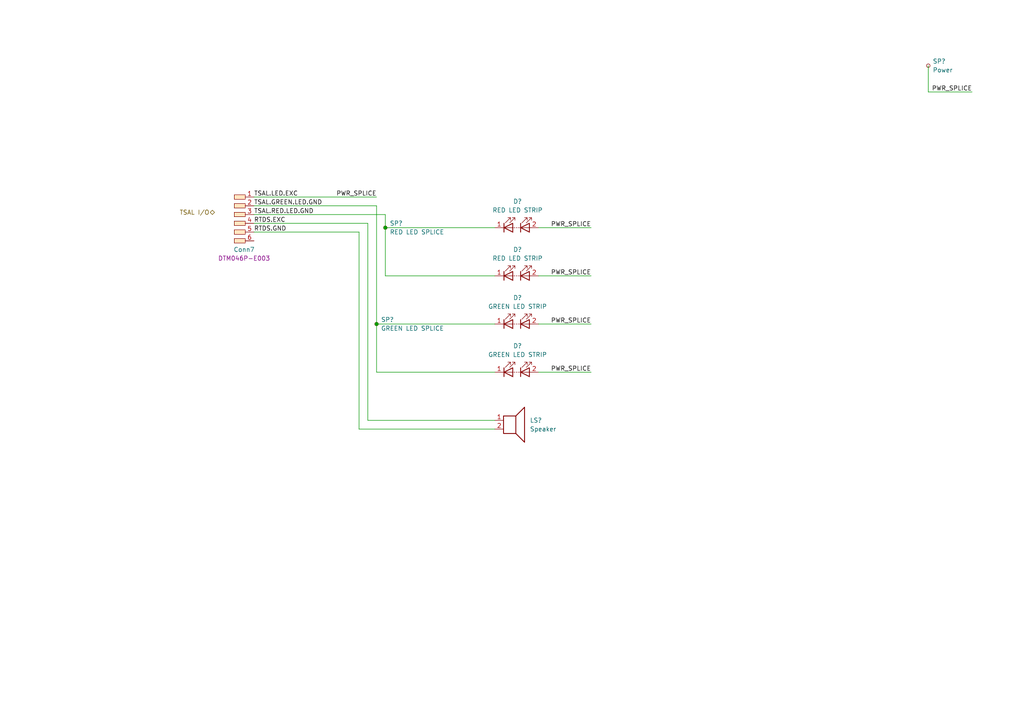
<source format=kicad_sch>
(kicad_sch (version 20230121) (generator eeschema)
  (paper "A4")
  (lib_symbols
    (symbol "Connector:TestPoint_Small" (pin_numbers hide) (pin_names (offset 0.762) hide)
      (property "Reference" "TP" (at 0 3.81 0))
      (property "Value" "TestPoint_Small" (at 0 2.032 0))
      (symbol "TestPoint_Small_0_1"
        (circle (center 0 0) (radius 0.508))
      )
      (symbol "TestPoint_Small_1_1"
        (pin passive line (at 0 0 90) (length 0) (name "1") (number "1"))
      )
    )
    (symbol "Connectors_SUFST:Deutsch_DTM_6P_Pin"
      (property "Reference" "Conn" (at 0 -1.905 0))
      (property "P/N" "DTM046P-E003" (at 0 0 0))
      (symbol "Deutsch_DTM_6P_Pin_0_1"
        (polyline (pts (xy -0.635 -14.605) (xy 1.905 -14.605)))
        (polyline (pts (xy -0.635 -9.525) (xy 1.905 -9.525)))
        (polyline (pts (xy -0.635 -4.445) (xy 1.905 -4.445)))
      )
      (symbol "Deutsch_DTM_6P_Pin_1_1"
        (rectangle (start -3.81 -16.51) (end -0.635 -17.78) (fill (type color) (color 255 229 191 1)))
        (rectangle (start -3.81 -13.97) (end -0.635 -15.24) (fill (type color) (color 255 229 191 1)))
        (rectangle (start -3.81 -11.43) (end -0.635 -12.7) (fill (type color) (color 255 229 191 1)))
        (rectangle (start -3.81 -8.89) (end -0.635 -10.16) (fill (type color) (color 255 229 191 1)))
        (rectangle (start -3.81 -6.35) (end -0.635 -7.62) (fill (type color) (color 255 229 191 1)))
        (rectangle (start -3.81 -3.81) (end -0.635 -5.08) (fill (type color) (color 255 229 191 1)))
        (pin input line (at 1.905 -17.145 180) (length 2.54) (name "") (number "1"))
        (pin input line (at 1.905 -14.605 180) (length 2.54) (name "") (number "2"))
        (pin input line (at 1.905 -12.065 180) (length 2.54) (name "") (number "3"))
        (pin input line (at 1.905 -9.525 180) (length 2.54) (name "") (number "4"))
        (pin input line (at 1.905 -6.985 180) (length 2.54) (name "") (number "5"))
        (pin input line (at 1.905 -4.445 180) (length 2.54) (name "") (number "6"))
      )
    )
    (symbol "Device:LED_Series" (pin_names (offset 1.016) hide)
      (property "Reference" "D" (at 0 5.715 0))
      (property "Value" "LED_Series" (at 0 3.81 0))
      (symbol "LED_Series_0_1"
        (polyline (pts (xy -3.81 0) (xy -1.016 0)))
        (polyline (pts (xy -3.683 -1.27) (xy -3.683 1.27)) (stroke (width 0.254)))
        (polyline (pts (xy -0.508 0) (xy -0.762 0)))
        (polyline (pts (xy 0.127 0) (xy -0.127 0)))
        (polyline (pts (xy 0.508 0) (xy 0.762 0)))
        (polyline (pts (xy 1.016 0) (xy 3.81 0)))
        (polyline (pts (xy 1.143 -1.27) (xy 1.143 1.27)) (stroke (width 0.254)))
        (polyline (pts (xy -1.143 -1.27) (xy -1.143 1.27) (xy -3.683 0) (xy -1.143 -1.27)) (stroke (width 0.254)))
        (polyline (pts (xy 3.683 -1.27) (xy 3.683 1.27) (xy 1.143 0) (xy 3.683 -1.27)) (stroke (width 0.254)))
        (polyline (pts (xy -3.302 1.397) (xy -1.778 2.921) (xy -2.54 2.921) (xy -1.778 2.921) (xy -1.778 2.159)))
        (polyline (pts (xy -2.032 1.397) (xy -0.508 2.921) (xy -1.27 2.921) (xy -0.508 2.921) (xy -0.508 2.159)))
        (polyline (pts (xy 1.524 1.397) (xy 3.048 2.921) (xy 2.286 2.921) (xy 3.048 2.921) (xy 3.048 2.159)))
        (polyline (pts (xy 2.794 1.397) (xy 4.318 2.921) (xy 3.556 2.921) (xy 4.318 2.921) (xy 4.318 2.159)))
      )
      (symbol "LED_Series_1_1"
        (pin passive line (at -6.35 0 0) (length 2.54) (name "K") (number "1"))
        (pin passive line (at 6.35 0 180) (length 2.54) (name "A") (number "2"))
      )
    )
    (symbol "Device:Speaker" (pin_names (offset 0) hide)
      (property "Reference" "LS" (at 1.27 5.715 0))
      (property "Value" "Speaker" (at 1.27 3.81 0))
      (symbol "Speaker_0_0"
        (rectangle (start -2.54 1.27) (end 1.016 -3.81) (stroke (width 0.254)))
        (polyline (pts (xy 1.016 1.27) (xy 3.556 3.81) (xy 3.556 -6.35) (xy 1.016 -3.81)) (stroke (width 0.254)))
      )
      (symbol "Speaker_1_1"
        (pin input line (at -5.08 0 0) (length 2.54) (name "1") (number "1"))
        (pin input line (at -5.08 -2.54 0) (length 2.54) (name "2") (number "2"))
      )
    )
  )
  (junction (at 111.76 66.04))
  (junction (at 109.22 93.98))
  (wire (pts (xy 104.14 67.31) (xy 73.66 67.31)))
  (wire (pts (xy 109.22 59.69) (xy 109.22 93.98)))
  (wire (pts (xy 104.14 124.46) (xy 104.14 67.31)))
  (wire (pts (xy 156.21 107.95) (xy 171.45 107.95)))
  (wire (pts (xy 156.21 93.98) (xy 171.45 93.98)))
  (wire (pts (xy 269.24 26.67) (xy 269.24 19.05)))
  (wire (pts (xy 111.76 80.01) (xy 111.76 66.04)))
  (wire (pts (xy 106.68 121.92) (xy 143.51 121.92)))
  (wire (pts (xy 73.66 57.15) (xy 109.22 57.15)))
  (wire (pts (xy 106.68 64.77) (xy 106.68 121.92)))
  (wire (pts (xy 73.66 64.77) (xy 106.68 64.77)))
  (wire (pts (xy 73.66 62.23) (xy 111.76 62.23)))
  (wire (pts (xy 269.24 26.67) (xy 281.94 26.67)))
  (wire (pts (xy 111.76 66.04) (xy 143.51 66.04)))
  (wire (pts (xy 156.21 80.01) (xy 171.45 80.01)))
  (wire (pts (xy 109.22 93.98) (xy 109.22 107.95)))
  (wire (pts (xy 109.22 93.98) (xy 143.51 93.98)))
  (wire (pts (xy 143.51 80.01) (xy 111.76 80.01)))
  (wire (pts (xy 73.66 59.69) (xy 109.22 59.69)))
  (wire (pts (xy 156.21 66.04) (xy 171.45 66.04)))
  (wire (pts (xy 143.51 124.46) (xy 104.14 124.46)))
  (wire (pts (xy 111.76 62.23) (xy 111.76 66.04)))
  (wire (pts (xy 109.22 107.95) (xy 143.51 107.95)))
  (label "TSAL.LED.EXC" (at 73.66 57.15 0))
  (label "PWR_SPLICE" (at 171.45 80.01 180))
  (label "TSAL.RED.LED.GND" (at 73.66 62.23 0))
  (label "PWR_SPLICE" (at 281.94 26.67 180))
  (label "TSAL.GREEN.LED.GND" (at 73.66 59.69 0))
  (label "PWR_SPLICE" (at 171.45 66.04 180))
  (label "PWR_SPLICE" (at 171.45 107.95 180))
  (label "PWR_SPLICE" (at 171.45 93.98 180))
  (label "PWR_SPLICE" (at 109.22 57.15 180))
  (label "RTDS.GND" (at 73.66 67.31 0))
  (label "RTDS.EXC" (at 73.66 64.77 0))
  (hierarchical_label "TSAL I{slash}O" (shape bidirectional) (at 62.23 61.595 180))
  (symbol (lib_id "Device:Speaker") (at 148.59 121.92 0) (unit 1)
    (property "Reference" "LS?" (at 153.67 121.92 0) (effects (justify left)))
    (property "Value" "Speaker" (at 153.67 124.46 0) (effects (justify left)))
  )
  (symbol (lib_id "Connector:TestPoint_Small") (at 111.76 66.04 0) (unit 1)
    (property "Reference" "SP?" (at 113.03 64.77 0) (effects (justify left)))
    (property "Value" "RED LED SPLICE" (at 113.03 67.31 0) (effects (justify left)))
  )
  (symbol (lib_id "Device:LED_Series") (at 149.86 107.95 0) (unit 1)
    (property "Reference" "D?" (at 150.114 100.33 0))
    (property "Value" "GREEN LED STRIP" (at 150.114 102.87 0))
  )
  (symbol (lib_id "Connector:TestPoint_Small") (at 269.24 19.05 0) (unit 1)
    (property "Reference" "SP?" (at 270.51 17.78 0) (effects (justify left)))
    (property "Value" "Power" (at 270.51 20.32 0) (effects (justify left)))
  )
  (symbol (lib_id "Device:LED_Series") (at 149.86 93.98 0) (unit 1)
    (property "Reference" "D?" (at 150.114 86.36 0))
    (property "Value" "GREEN LED STRIP" (at 150.114 88.9 0))
  )
  (symbol (lib_id "Device:LED_Series") (at 149.86 66.04 0) (unit 1)
    (property "Reference" "D?" (at 150.114 58.42 0))
    (property "Value" "RED LED STRIP" (at 150.114 60.96 0))
  )
  (symbol (lib_id "Device:LED_Series") (at 149.86 80.01 0) (unit 1)
    (property "Reference" "D?" (at 150.114 72.39 0))
    (property "Value" "RED LED STRIP" (at 150.114 74.93 0))
  )
  (symbol (lib_id "Connector:TestPoint_Small") (at 109.22 93.98 0) (unit 1)
    (property "Reference" "SP?" (at 110.49 92.71 0) (effects (justify left)))
    (property "Value" "GREEN LED SPLICE" (at 110.49 95.25 0) (effects (justify left)))
  )
  (symbol (lib_id "Connectors_SUFST:Deutsch_DTM_6P_Pin") (at 71.755 74.295 0) (mirror x) (unit 1)
    (property "Reference" "Conn7" (at 70.8025 72.39 0))
    (property "Value" "Deutsch_DTM_6P_Pin" (effects hide))
    (property "P/N" "DTM046P-E003" (at 70.8025 74.93 0))
  )
)
</source>
